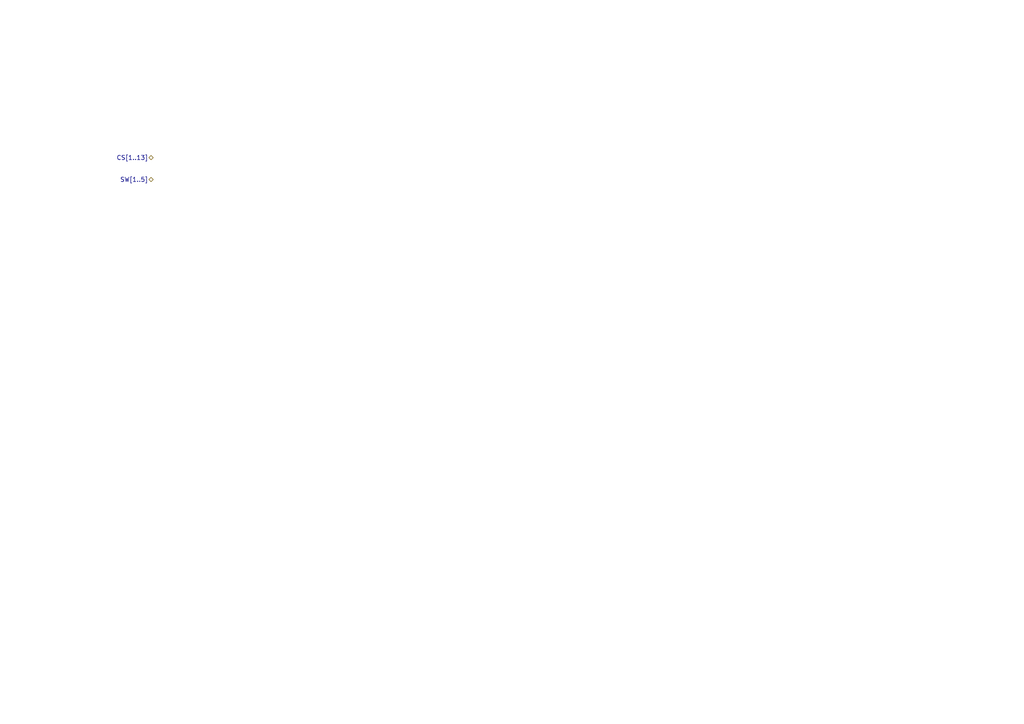
<source format=kicad_sch>
(kicad_sch
	(version 20250114)
	(generator "eeschema")
	(generator_version "9.0")
	(uuid "c3e7e34c-b28c-4743-b060-b19289a70f90")
	(paper "A4")
	(lib_symbols)
	(hierarchical_label "SW[1..5]"
		(shape bidirectional)
		(at 44.45 52.07 180)
		(effects
			(font
				(size 1.27 1.27)
			)
			(justify right)
		)
		(uuid "42b462da-7d78-4252-8203-9a92e9e52183")
	)
	(hierarchical_label "CS[1..13]"
		(shape bidirectional)
		(at 44.45 45.72 180)
		(effects
			(font
				(size 1.27 1.27)
			)
			(justify right)
		)
		(uuid "77598784-a7cc-416d-b453-2fa31612b9f5")
	)
)

</source>
